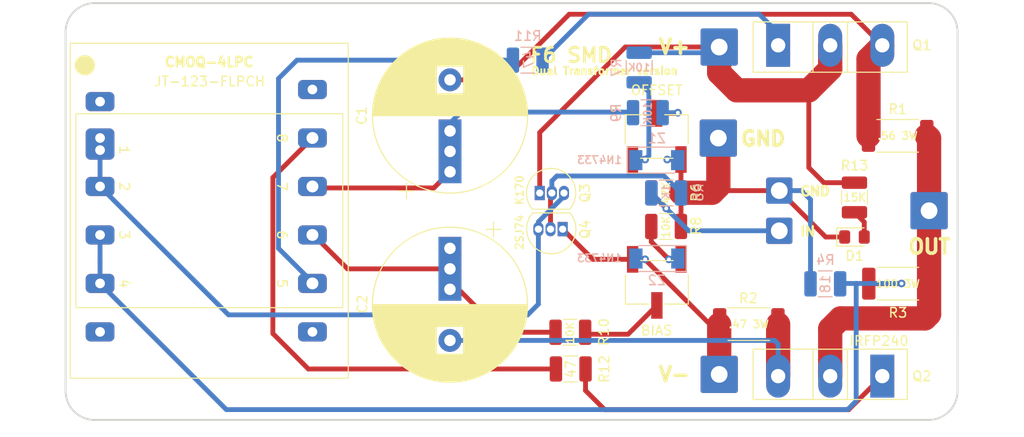
<source format=kicad_pcb>
(kicad_pcb (version 20211014) (generator pcbnew)
  (layers (0 "F.Cu" signal) (31 "B.Cu" signal) (34 "B.Paste" user) (35 "F.Paste" user) (36 "B.SilkS" user "B.Silkscreen") (37 "F.SilkS" user "F.Silkscreen") (38 "B.Mask" user) (39 "F.Mask" user) (44 "Edge.Cuts" user))
  (net 0 "")
  (net 1 "Net-(+23V1-Pad1)")
  (net 2 "Net-(-23V1-Pad1)")
  (net 3 "7")
  (net 4 "Net-(C1-Pad2)")
  (net 5 "6")
  (net 6 "Net-(C2-Pad2)")
  (net 7 "GND")
  (net 8 "Net-(D1-Pad2)")
  (net 9 "Net-(OUT1-Pad1)")
  (net 10 "Net-(P1-Pad1)")
  (net 11 "Net-(P1-Pad2)")
  (net 12 "Net-(P2-Pad1)")
  (net 13 "Net-(P2-Pad2)")
  (net 14 "Net-(Q1-Pad1)")
  (net 15 "Net-(Q2-Pad1)")
  (net 16 "Net-(Q3-Pad2)")
  (net 17 "/1")
  (net 18 "Net-(R3-Pad1)")
  (net 19 "Net-(R5-Pad1)")
  (net 20 "5")
  (net 21 "8")
  (footprint "Connector_Wire:SolderWire-1sqmm_1x01_D1.4mm_OD3.9mm" (layer "F.Cu") (at 169.3 87.201731 180)
    (fp_text reference "V+" (at 4.697473 0.03) (layer "F.SilkS") (effects (font (size 1.5 1.5) (thickness 0.375))))
    (fp_text value "+23V")
    (pad "1" thru_hole roundrect locked (at 0 0 180) (size 3.9 3.9) (drill 1.75) (layers *.Cu *.Mask) (roundrect_rratio 0.06410307692) (net 1 "Net-(+23V1-Pad1)"))
  )
  (footprint "Connector_Wire:SolderWire-1sqmm_1x01_D1.4mm_OD3.9mm" (layer "F.Cu") (at 191.27 104.355 180)
    (fp_text reference "OUT" (at -0.039093 -3.770769) (layer "F.SilkS") (effects (font (size 1.5 1.5) (thickness 0.375))))
    (fp_text value "OUT")
    (pad "1" thru_hole roundrect locked (at 0 0 180) (size 3.9 3.9) (drill 1.75) (layers *.Cu *.Mask) (roundrect_rratio 0.06410307692) (net 9 "Net-(OUT1-Pad1)"))
  )
  (footprint "Resistor_SMD:R_1210_3225Metric_Pad1.30x2.65mm_HandSolder" (layer "F.Cu") (at 153.76 120.94 180)
    (fp_text reference "R12" (at -3.51 -0.01 90) (layer "F.SilkS"))
    (fp_text value "47" (at 0.00625 -0.013337 90) (layer "F.SilkS"))
    (pad "1" smd roundrect locked (at -1.55 0 180) (size 1.3 2.65) (layers "F.Cu" "F.Paste" "F.Mask") (roundrect_rratio 0.1923076923) (net 15 "Net-(Q2-Pad1)"))
    (pad "2" smd roundrect locked (at 1.55 0 180) (size 1.3 2.65) (layers "F.Cu" "F.Paste" "F.Mask") (roundrect_rratio 0.1923076923) (net 21 "8"))
  )
  (footprint "Custom Library:Potentiometer_Bourns_3269W_Vertical" (layer "F.Cu") (at 162.759958 96.574622 180)
    (fp_text reference "OFFSET" (at 0.009958 4.84678 180) (layer "F.SilkS"))
    (fp_text value "R_Potentiometer_US")
    (pad "1" smd rect (at 2.54 -2.415 180) (size 1.19 2.79) (layers "F.Cu" "F.Paste" "F.Mask") (net 10 "Net-(P1-Pad1)"))
    (pad "2" smd rect (at 0 2.415 180) (size 1.19 2.79) (layers "F.Cu" "F.Paste" "F.Mask") (net 11 "Net-(P1-Pad2)"))
    (pad "3" smd rect (at -2.54 -2.415 180) (size 1.19 2.79) (layers "F.Cu" "F.Paste" "F.Mask") (net 7 "GND"))
  )
  (footprint "" (layer "F.Cu") (at 141.116024 112.59)
    (fp_text reference "" (at 0 0) (layer "F.SilkS") (effects (font (size 1.27 1.27))))
    (fp_text value "" (at 0 0) (layer "F.SilkS") (effects (font (size 1.27 1.27))))
    (pad "1" thru_hole rect locked (at 0 0 270) (size 2.4 2.4) (drill 1.2) (layers *.Cu *.Mask) (net 5 "6"))
  )
  (footprint "Package_TO_SOT_THT:TO-247-3_Vertical" (layer "F.Cu") (at 186.371545 121.689231 180)
    (fp_text reference "Q2" (at -4.137811 -0.01 180) (layer "F.SilkS"))
    (fp_text value "IRFP240" (at 0.341545 3.689231) (layer "F.SilkS"))
    (pad "1" thru_hole rect locked (at 0 0 180) (size 2.5 4.5) (drill 1.5) (layers *.Cu *.Mask) (net 15 "Net-(Q2-Pad1)"))
    (pad "2" thru_hole oval locked (at 5.45 0 180) (size 2.5 4.5) (drill 1.5) (layers *.Cu *.Mask) (net 9 "Net-(OUT1-Pad1)"))
    (pad "3" thru_hole oval locked (at 10.9 0 180) (size 2.5 4.5) (drill 1.5) (layers *.Cu *.Mask) (net 6 "Net-(C2-Pad2)"))
  )
  (footprint "Custom Library:JT-123-FLPCH" (layer "F.Cu") (at 115.921545 104.355481 -90)
    (fp_text reference "T1" hide)
    (fp_text value "JT-123-FLPCH")
    (fp_text user "2" (at -2.54 8.89 -90 unlocked) (layer "F.SilkS"))
    (fp_text user "JT-123-FLPCH" (at -13.55 -0.04 unlocked) (layer "F.SilkS"))
    (fp_text user "5" (at 7.62 -7.62 -90 unlocked) (layer "F.SilkS"))
    (fp_text user "6" (at 2.54 -7.62 -90 unlocked) (layer "F.SilkS"))
    (fp_text user "CMOQ-4LPC" (at -15.57 0.01 unlocked) (layer "F.SilkS") (effects (font (thickness 0.25))))
    (fp_text user "1" (at -6.35 8.89 -90 unlocked) (layer "F.SilkS"))
    (fp_text user "8" (at -7.62 -7.62 -90 unlocked) (layer "F.SilkS"))
    (fp_text user "7" (at -2.54 -7.62 -90 unlocked) (layer "F.SilkS"))
    (fp_text user "4" (at 7.62 8.89 -90 unlocked) (layer "F.SilkS"))
    (fp_text user "3" (at 2.54 8.89 -90 unlocked) (layer "F.SilkS"))
    (pad "1" thru_hole roundrect (at -7.62 11.43 270) (size 2 3) (drill 1.016) (layers *.Cu *.Mask) (net 17 "/1"))
    (pad "1" thru_hole roundrect (at -6.35 11.43 270) (size 2 3) (drill 1.016) (layers *.Cu *.Mask) (net 17 "/1"))
    (pad "2" thru_hole roundrect (at -2.54 11.43 270) (size 2 3) (drill 1.016) (layers *.Cu *.Mask) (net 17 "/1"))
    (pad "3" thru_hole roundrect (at 2.54 11.43 270) (size 2 3) (drill 1.016) (layers *.Cu *.Mask) (net 18 "Net-(R3-Pad1)"))
    (pad "4" thru_hole roundrect (at 7.62 11.43 270) (size 2 3) (drill 1.016) (layers *.Cu *.Mask) (net 18 "Net-(R3-Pad1)"))
    (pad "5" thru_hole roundrect (at 7.62 -10.8 270) (size 2 3) (drill 1.25) (layers *.Cu *.Mask) (net 20 "5"))
    (pad "6" thru_hole roundrect (at 2.54 -10.8 270) (size 2 3) (drill 1.25) (layers *.Cu *.Mask) (net 5 "6"))
    (pad "7" thru_hole roundrect (at -2.54 -10.8 270) (size 2 3) (drill 1.25) (layers *.Cu *.Mask) (net 3 "7"))
    (pad "8" thru_hole roundrect (at -7.62 -10.8 270) (size 2 3) (drill 1.25) (layers *.Cu *.Mask) (net 21 "8"))
    (pad "T" thru_hole roundrect (at 12.7 11.43 270) (size 2 3) (drill 1.016) (layers *.Cu *.Mask))
    (pad "T" thru_hole roundrect (at 12.7 -10.8 270) (size 2 3) (drill 1.016) (layers *.Cu *.Mask))
    (pad "T" thru_hole roundrect (at -11.43 11.43 270) (size 2 3) (drill 1.016) (layers *.Cu *.Mask))
    (pad "T" thru_hole roundrect (at -12.7 -10.8 270) (size 2 3) (drill 1.016) (layers *.Cu *.Mask))
  )
  (footprint "Connector_Wire:SolderWire-1sqmm_1x01_D1.4mm_OD3.9mm" (layer "F.Cu") (at 169.3 121.509231 180)
    (fp_text reference "V-" (at 4.697473 0.01) (layer "F.SilkS") (effects (font (size 1.5 1.5) (thickness 0.375))))
    (fp_text value "-23V")
    (pad "1" thru_hole roundrect locked (at 0 0 180) (size 3.9 3.9) (drill 1.75) (layers *.Cu *.Mask) (roundrect_rratio 0.06410307692) (net 2 "Net-(-23V1-Pad1)"))
  )
  (footprint "Connector_Wire:SolderWire-1sqmm_1x01_D1.4mm_OD2.7mm" (layer "F.Cu") (at 175.59 106.459664 -90)
    (fp_text reference locked "IN" (at 0.068046 -2.980974 -180) (layer "F.SilkS") (effects (font (thickness 0.25))))
    (fp_text value "SG IN")
    (pad "1" thru_hole roundrect locked (at 0 0 270) (size 2.75 2.75) (drill 1.75) (layers *.Cu *.Mask) (roundrect_rratio 0.09090909091) (net 19 "Net-(R5-Pad1)"))
  )
  (footprint "MountingHole:MountingHole_2.2mm_M2" (layer "F.Cu") (at 191.731545 124.067026)
    (fp_text reference "REF**" hide)
    (fp_text value "MountingHole_2.2mm_M2")
    (pad "" np_thru_hole circle locked (at 0 0) (size 2.2 2.2) (drill 2.2) (layers *.Cu *.Mask))
  )
  (footprint "LED_SMD:LED_0805_2012Metric_Pad1.15x1.40mm_HandSolder" (layer "F.Cu") (at 183.46 107.11009)
    (fp_text reference "D1" (at 0.018391 1.976) (layer "F.SilkS"))
    (fp_text value "LED")
    (pad "1" smd roundrect locked (at -1.025 0) (size 1.15 1.4) (layers "F.Cu" "F.Paste" "F.Mask") (roundrect_rratio 0.2173913043) (net 7 "GND"))
    (pad "2" smd roundrect locked (at 1.025 0) (size 1.15 1.4) (layers "F.Cu" "F.Paste" "F.Mask") (roundrect_rratio 0.2173913043) (net 8 "Net-(D1-Pad2)"))
  )
  (footprint "" (layer "F.Cu") (at 141.124153 100.28)
    (fp_text reference "" (at 0 0) (layer "F.SilkS") (effects (font (size 1.27 1.27))))
    (fp_text value "" (at 0 0) (layer "F.SilkS") (effects (font (size 1.27 1.27))))
    (pad "1" thru_hole rect locked (at 0 0 90) (size 2.4 2.4) (drill 1.2) (layers *.Cu *.Mask) (net 3 "7"))
  )
  (footprint "" (layer "F.Cu") (at 141.124153 96)
    (fp_text reference "" (at 0 0) (layer "F.SilkS") (effects (font (size 1.27 1.27))))
    (fp_text value "" (at 0 0) (layer "F.SilkS") (effects (font (size 1.27 1.27))))
    (pad "1" thru_hole rect locked (at 0 0 90) (size 2.4 2.4) (drill 1.2) (layers *.Cu *.Mask) (net 3 "7"))
  )
  (footprint "MountingHole:MountingHole_2.2mm_M2" (layer "F.Cu") (at 103.500303 84.749231)
    (fp_text reference "REF**" hide)
    (fp_text value "MountingHole_2.2mm_M2")
    (pad "" np_thru_hole circle locked (at 0 0) (size 2.2 2.2) (drill 2.2) (layers *.Cu *.Mask))
  )
  (footprint "Resistor_SMD:R_1210_3225Metric_Pad1.30x2.65mm_HandSolder" (layer "F.Cu") (at 163.742905 106.00634)
    (fp_text reference "R8" (at 3.149728 -0.047109 90) (layer "F.SilkS"))
    (fp_text value "10K" (at -0.003909 0.07369 90) (layer "F.SilkS") (effects (font (size 0.8 0.8))))
    (pad "1" smd roundrect locked (at -1.55 0) (size 1.3 2.65) (layers "F.Cu" "F.Paste" "F.Mask") (roundrect_rratio 0.1923076923) (net 12 "Net-(P2-Pad1)"))
    (pad "2" smd roundrect locked (at 1.55 0) (size 1.3 2.65) (layers "F.Cu" "F.Paste" "F.Mask") (roundrect_rratio 0.1923076923) (net 7 "GND"))
  )
  (footprint "MountingHole:MountingHole_2.2mm_M2" (layer "F.Cu") (at 191.731545 84.769231)
    (fp_text reference "REF**" hide)
    (fp_text value "MountingHole_2.2mm_M2")
    (pad "" np_thru_hole circle locked (at 0 0) (size 2.2 2.2) (drill 2.2) (layers *.Cu *.Mask))
  )
  (footprint "Resistor_SMD:R_1210_3225Metric_Pad1.30x2.65mm_HandSolder" (layer "F.Cu") (at 163.752905 102.47634 180)
    (fp_text reference "R6" (at -3.139728 0.037109 270) (layer "F.SilkS"))
    (fp_text value "47K" (at 0 -0.01743 90) (layer "F.SilkS") (effects (font (size 0.8 0.8))))
    (pad "1" smd roundrect locked (at -1.55 0 180) (size 1.3 2.65) (layers "F.Cu" "F.Paste" "F.Mask") (roundrect_rratio 0.1923076923) (net 7 "GND"))
    (pad "2" smd roundrect locked (at 1.55 0 180) (size 1.3 2.65) (layers "F.Cu" "F.Paste" "F.Mask") (roundrect_rratio 0.1923076923) (net 19 "Net-(R5-Pad1)"))
  )
  (footprint "Custom Library:Potentiometer_Bourns_3269W_Vertical" (layer "F.Cu") (at 162.777408 111.86634)
    (fp_text reference "BIAS" (at -0.027408 5.039345) (layer "F.SilkS"))
    (fp_text value "R_Potentiometer_US")
    (pad "1" smd rect (at 2.54 -2.415) (size 1.19 2.79) (layers "F.Cu" "F.Paste" "F.Mask") (net 12 "Net-(P2-Pad1)"))
    (pad "2" smd rect (at 0 2.415) (size 1.19 2.79) (layers "F.Cu" "F.Paste" "F.Mask") (net 13 "Net-(P2-Pad2)"))
    (pad "3" smd rect (at -2.54 -2.415) (size 1.19 2.79) (layers "F.Cu" "F.Paste" "F.Mask") (net 2 "Net-(-23V1-Pad1)"))
  )
  (footprint "Capacitor_THT:CP_Radial_D16.0mm_P7.50mm" (layer "F.Cu") (at 141.124153 98.14 90)
    (fp_text reference "C1" (at 3.75 -9.25 90) (layer "F.SilkS"))
    (fp_text value "1000uf/25V")
    (pad "1" thru_hole rect (at 0 0 90) (size 2.4 2.4) (drill 1.2) (layers *.Cu *.Mask) (net 3 "7"))
    (pad "2" thru_hole circle locked (at 7.5 0 90) (size 2.4 2.4) (drill 1.2) (layers *.Cu *.Mask) (net 4 "Net-(C1-Pad2)"))
  )
  (footprint "Package_TO_SOT_THT:TO-92L_Inline" (layer "F.Cu") (at 152.914684 106.29 180)
    (fp_text reference "Q4" (at -2.34 -0.010783 90) (layer "F.SilkS"))
    (fp_text value "2SJ74" (at 4.51 -0.335712 90) (layer "F.SilkS") (effects (font (size 0.8 0.8))))
    (pad "1" thru_hole rect locked (at 0 0 180) (size 1.05 1.5) (drill 0.75) (layers *.Cu *.Mask) (net 2 "Net-(-23V1-Pad1)"))
    (pad "2" thru_hole oval locked (at 1.27 0 180) (size 1.05 1.5) (drill 0.75) (layers *.Cu *.Mask) (net 16 "Net-(Q3-Pad2)"))
    (pad "3" thru_hole oval locked (at 2.54 0 180) (size 1.05 1.5) (drill 0.75) (layers *.Cu *.Mask) (net 17 "/1"))
  )
  (footprint "Package_TO_SOT_THT:TO-92L_Inline" (layer "F.Cu") (at 150.514684 102.5)
    (fp_text reference "Q3" (at 4.74 0.000783 90) (layer "F.SilkS"))
    (fp_text value "K170" (at -2.11 -0.298213 90) (layer "F.SilkS") (effects (font (size 0.8 0.8))))
    (pad "1" thru_hole rect locked (at 0 0) (size 1.05 1.5) (drill 0.75) (layers *.Cu *.Mask) (net 1 "Net-(+23V1-Pad1)"))
    (pad "2" thru_hole oval locked (at 1.27 0) (size 1.05 1.5) (drill 0.75) (layers *.Cu *.Mask) (net 16 "Net-(Q3-Pad2)"))
    (pad "3" thru_hole oval locked (at 2.54 0) (size 1.05 1.5) (drill 0.75) (layers *.Cu *.Mask) (net 17 "/1"))
  )
  (footprint "Connector_Wire:SolderWire-1sqmm_1x01_D1.4mm_OD2.7mm" (layer "F.Cu") (at 175.59 102.250337 -90)
    (fp_text reference "GND" (at 0.068046 -3.742878 -180) (layer "F.SilkS") (effects (font (thickness 0.25))))
    (fp_text value "SG IN")
    (pad "1" thru_hole roundrect locked (at 0 0 270) (size 2.75 2.75) (drill 1.75) (layers *.Cu *.Mask) (roundrect_rratio 0.09090909091) (net 7 "GND"))
  )
  (footprint "MountingHole:MountingHole_2.2mm_M2" (layer "F.Cu") (at 103.500303 124.047026)
    (fp_text reference "REF**" hide)
    (fp_text value "MountingHole_2.2mm_M2")
    (pad "" np_thru_hole circle locked (at 0 0) (size 2.2 2.2) (drill 2.2) (layers *.Cu *.Mask))
  )
  (footprint "Resistor_SMD:R_2512_6332Metric_Pad1.40x3.35mm_HandSolder" (layer "F.Cu") (at 188.01 112)
    (fp_text reference "R3" (at 0 3.048) (layer "F.SilkS"))
    (fp_text value "100 3W" (at 0 0.025162) (layer "F.SilkS") (effects (font (size 0.8 0.8))))
    (pad "1" smd roundrect locked (at -3.05 0) (size 1.4 3.35) (layers "F.Cu" "F.Paste" "F.Mask") (roundrect_rratio 0.1785707143) (net 18 "Net-(R3-Pad1)"))
    (pad "2" smd roundrect locked (at 3.05 0) (size 1.4 3.35) (layers "F.Cu" "F.Paste" "F.Mask") (roundrect_rratio 0.1785707143) (net 9 "Net-(OUT1-Pad1)"))
  )
  (footprint "Resistor_SMD:R_1210_3225Metric_Pad1.30x2.65mm_HandSolder" (layer "F.Cu") (at 153.72 117.09234)
    (fp_text reference "R10" (at 3.51 -0.02107 90) (layer "F.SilkS"))
    (fp_text value "10K" (at -0.013909 0.080614 90) (layer "F.SilkS") (effects (font (size 0.8 0.8))))
    (pad "1" smd roundrect locked (at -1.55 0) (size 1.3 2.65) (layers "F.Cu" "F.Paste" "F.Mask") (roundrect_rratio 0.1923076923) (net 5 "6"))
    (pad "2" smd roundrect locked (at 1.55 0) (size 1.3 2.65) (layers "F.Cu" "F.Paste" "F.Mask") (roundrect_rratio 0.1923076923) (net 13 "Net-(P2-Pad2)"))
  )
  (footprint "Connector_Wire:SolderWire-1sqmm_1x01_D1.4mm_OD3.9mm" (layer "F.Cu") (at 169.21 96.74565)
    (fp_text reference "GND" (at 4.697473 0.065) (layer "F.SilkS") (effects (font (size 1.5 1.5) (thickness 0.375))))
    (fp_text value "GND")
    (pad "1" thru_hole roundrect locked (at 0 0) (size 3.9 3.9) (drill 1.75) (layers *.Cu *.Mask) (roundrect_rratio 0.06410307692) (net 7 "GND"))
  )
  (footprint "Resistor_SMD:R_1210_3225Metric_Pad1.30x2.65mm_HandSolder" (layer "F.Cu") (at 183.46 102.969321 -90)
    (fp_text reference "R13" (at -3.345411 -0.01) (layer "F.SilkS"))
    (fp_text value "15K" (at 0 -0.028405) (layer "F.SilkS") (effects (font (size 0.8 0.8))))
    (pad "1" smd roundrect locked (at -1.55 0 270) (size 1.3 2.65) (layers "F.Cu" "F.Paste" "F.Mask") (roundrect_rratio 0.1923076923) (net 1 "Net-(+23V1-Pad1)"))
    (pad "2" smd roundrect locked (at 1.55 0 270) (size 1.3 2.65) (layers "F.Cu" "F.Paste" "F.Mask") (roundrect_rratio 0.1923076923) (net 8 "Net-(D1-Pad2)"))
  )
  (footprint "" (layer "F.Cu") (at 141.116024 108.3)
    (fp_text reference "" (at 0 0) (layer "F.SilkS") (effects (font (size 1.27 1.27))))
    (fp_text value "" (at 0 0) (layer "F.SilkS") (effects (font (size 1.27 1.27))))
    (pad "1" thru_hole rect locked (at 0 0 270) (size 2.4 2.4) (drill 1.2) (layers *.Cu *.Mask) (net 5 "6"))
  )
  (footprint "Resistor_SMD:R_2512_6332Metric_Pad1.40x3.35mm_HandSolder" (layer "F.Cu") (at 187.98 96.510097 180)
    (fp_text reference "R1" (at 0 2.794) (layer "F.SilkS"))
    (fp_text value ".56 3W" (at 0 0.004523) (layer "F.SilkS") (effects (font (size 0.8 0.8))))
    (pad "1" smd roundrect locked (at -3.05 0 180) (size 1.4 3.35) (layers "F.Cu" "F.Paste" "F.Mask") (roundrect_rratio 0.1785707143) (net 9 "Net-(OUT1-Pad1)"))
    (pad "2" smd roundrect locked (at 3.05 0 180) (size 1.4 3.35) (layers "F.Cu" "F.Paste" "F.Mask") (roundrect_rratio 0.1785707143) (net 4 "Net-(C1-Pad2)"))
  )
  (footprint "Capacitor_THT:CP_Radial_D16.0mm_P7.50mm" (layer "F.Cu") (at 141.116024 110.45 -90)
    (fp_text reference "C2" (at 3.705774 9.166131 90) (layer "F.SilkS"))
    (fp_text value "1000uf/25V")
    (pad "1" thru_hole rect locked (at 0 0 270) (size 2.4 2.4) (drill 1.2) (layers *.Cu *.Mask) (net 5 "6"))
    (pad "2" thru_hole circle locked (at 7.5 0 270) (size 2.4 2.4) (drill 1.2) (layers *.Cu *.Mask) (net 6 "Net-(C2-Pad2)"))
  )
  (footprint "Package_TO_SOT_THT:TO-247-3_Vertical" (layer "F.Cu") (at 175.471545 87.021731)
    (fp_text reference "Q1" (at 15.037811 -0.0025 180) (layer "F.SilkS"))
    (fp_text value "IRFP240" hide)
    (pad "1" thru_hole rect locked (at 0 0) (size 2.5 4.5) (drill 1.5) (layers *.Cu *.Mask) (net 14 "Net-(Q1-Pad1)"))
    (pad "2" thru_hole oval locked (at 5.45 0) (size 2.5 4.5) (drill 1.5) (layers *.Cu *.Mask) (net 1 "Net-(+23V1-Pad1)"))
    (pad "3" thru_hole oval locked (at 10.9 0) (size 2.5 4.5) (drill 1.5) (layers *.Cu *.Mask) (net 4 "Net-(C1-Pad2)"))
  )
  (footprint "Resistor_SMD:R_2512_6332Metric_Pad1.40x3.35mm_HandSolder" (layer "F.Cu") (at 172.4 116.24)
    (fp_text reference "R2" (at -0.05 -2.701625) (layer "F.SilkS"))
    (fp_text value ".47 3W" (at 0 0.016751) (layer "F.SilkS") (effects (font (size 0.8 0.8))))
    (pad "1" smd roundrect locked (at -3.05 0) (size 1.4 3.35) (layers "F.Cu" "F.Paste" "F.Mask") (roundrect_rratio 0.1785707143) (net 2 "Net-(-23V1-Pad1)"))
    (pad "2" smd roundrect locked (at 3.05 0) (size 1.4 3.35) (layers "F.Cu" "F.Paste" "F.Mask") (roundrect_rratio 0.1785707143) (net 6 "Net-(C2-Pad2)"))
  )
  (footprint "Resistor_SMD:R_1210_3225Metric_Pad1.30x2.65mm_HandSolder" (layer "B.Cu") (at 161.829958 94.084622 180)
    (fp_text reference "R9" (at 3.319958 -0.015378 90) (layer "B.SilkS") (effects (justify mirror)))
    (fp_text value "10K" (at 0.010962 -0.079104 90) (layer "B.SilkS") (effects (font (size 0.8 0.8)) (justify mirror)))
    (pad "1" smd roundrect locked (at -1.55 0 180) (size 1.3 2.65) (layers "B.Cu" "B.Paste" "B.Mask") (roundrect_rratio 0.1923076923) (net 11 "Net-(P1-Pad2)"))
    (pad "2" smd roundrect locked (at 1.55 0 180) (size 1.3 2.65) (layers "B.Cu" "B.Paste" "B.Mask") (roundrect_rratio 0.1923076923) (net 3 "7"))
  )
  (footprint "Resistor_SMD:R_1210_3225Metric_Pad1.30x2.65mm_HandSolder" (layer "B.Cu") (at 163.752905 102.49634)
    (fp_text reference "R5" (at 3.376091 -0.047109 90) (layer "B.SilkS") (effects (justify mirror)))
    (fp_text value "1K" (at -0.003909 -0.08329 90) (layer "B.SilkS") (effects (font (size 0.8 0.8)) (justify mirror)))
    (pad "1" smd roundrect locked (at -1.55 0) (size 1.3 2.65) (layers "B.Cu" "B.Paste" "B.Mask") (roundrect_rratio 0.1923076923) (net 19 "Net-(R5-Pad1)"))
    (pad "2" smd roundrect locked (at 1.55 0) (size 1.3 2.65) (layers "B.Cu" "B.Paste" "B.Mask") (roundrect_rratio 0.1923076923) (net 16 "Net-(Q3-Pad2)"))
  )
  (footprint "Diode_SMD:D_SOD-128" (layer "B.Cu") (at 162.777408 109.36634 180)
    (fp_text reference "Z2" (at 0.008412 -2.282891) (layer "B.SilkS") (effects (justify mirror)))
    (fp_text value "1N4733" (at 6.025376 0.037109) (layer "B.SilkS") (effects (font (size 0.8 0.8)) (justify mirror)))
    (pad "1" smd rect locked (at -2.2 0 180) (size 1.4 2.1) (layers "B.Cu" "B.Paste" "B.Mask") (net 12 "Net-(P2-Pad1)"))
    (pad "2" smd rect locked (at 2.2 0 180) (size 1.4 2.1) (layers "B.Cu" "B.Paste" "B.Mask") (net 2 "Net-(-23V1-Pad1)"))
  )
  (footprint "Resistor_SMD:R_1210_3225Metric_Pad1.30x2.65mm_HandSolder" (layer "B.Cu") (at 180.41 112.02)
    (fp_text reference "R4" (at 0.01 -2.501649) (layer "B.SilkS") (effects (justify mirror)))
    (fp_text value "18" (at 0 0.030415 90) (layer "B.SilkS") (effects (justify mirror)))
    (pad "1" smd roundrect locked (at -1.55 0) (size 1.3 2.65) (layers "B.Cu" "B.Paste" "B.Mask") (roundrect_rratio 0.1923076923) (net 7 "GND"))
    (pad "2" smd roundrect locked (at 1.55 0) (size 1.3 2.65) (layers "B.Cu" "B.Paste" "B.Mask") (roundrect_rratio 0.1923076923) (net 18 "Net-(R3-Pad1)"))
  )
  (footprint "Resistor_SMD:R_1210_3225Metric_Pad1.30x2.65mm_HandSolder" (layer "B.Cu") (at 160.92 89.35 -90)
    (fp_text reference "R7" (at 0.005391 2.373804 -270) (layer "B.SilkS") (effects (justify mirror)))
    (fp_text value "10K" (at 0.005391 0.019305) (layer "B.SilkS") (effects (font (size 0.8 0.8)) (justify mirror)))
    (pad "1" smd roundrect locked (at -1.55 0 270) (size 1.3 2.65) (layers "B.Cu" "B.Paste" "B.Mask") (roundrect_rratio 0.1923076923) (net 1 "Net-(+23V1-Pad1)"))
    (pad "2" smd roundrect locked (at 1.55 0 270) (size 1.3 2.65) (layers "B.Cu" "B.Paste" "B.Mask") (roundrect_rratio 0.1923076923) (net 10 "Net-(P1-Pad1)"))
  )
  (footprint "Diode_SMD:D_SOD-128" (layer "B.Cu") (at 162.759958 99.054622)
    (fp_text reference "Z1" (at -0.000962 -2.275391) (layer "B.SilkS") (effects (justify mirror)))
    (fp_text value "1N4733" (at -5.993653 -0.015391) (layer "B.SilkS") (effects (font (size 0.8 0.8)) (justify mirror)))
    (pad "1" smd rect locked (at -2.2 0) (size 1.4 2.1) (layers "B.Cu" "B.Paste" "B.Mask") (net 10 "Net-(P1-Pad1)"))
    (pad "2" smd rect locked (at 2.2 0) (size 1.4 2.1) (layers "B.Cu" "B.Paste" "B.Mask") (net 7 "GND"))
  )
  (footprint "Resistor_SMD:R_1210_3225Metric_Pad1.30x2.65mm_HandSolder" (layer "B.Cu") (at 149.26 88.58)
    (fp_text reference "R11" (at 0 -2.54) (layer "B.SilkS") (effects (justify mirror)))
    (fp_text value "47" (at 0.1 -0.06625 90) (layer "B.SilkS") (effects (justify mirror)))
    (pad "1" smd roundrect locked (at -1.55 0) (size 1.3 2.65) (layers "B.Cu" "B.Paste" "B.Mask") (roundrect_rratio 0.1923076923) (net 20 "5"))
    (pad "2" smd roundrect locked (at 1.55 0) (size 1.3 2.65) (layers "B.Cu" "B.Paste" "B.Mask") (roundrect_rratio 0.1923076923) (net 14 "Net-(Q1-Pad1)"))
  )
  (gr_line (start 191.211545 126.279231) (end 103.832876 126.27923) (layer "Edge.Cuts") (width 0.2))
  (gr_arc (start 194.251544 123.3279) (mid 193.33 125.42) (end 191.211545 126.279231) (layer "Edge.Cuts") (width 0.2))
  (gr_arc (start 191.301661 82.599231) (mid 193.393761 83.520775) (end 194.252992 85.63923) (layer "Edge.Cuts") (width 0.2))
  (gr_arc (start 100.881432 85.550562) (mid 101.802976 83.458462) (end 103.921431 82.599231) (layer "Edge.Cuts") (width 0.2))
  (gr_line (start 194.252992 85.63923) (end 194.251544 123.3279) (layer "Edge.Cuts") (width 0.2))
  (gr_line (start 103.921431 82.599231) (end 191.301661 82.599231) (layer "Edge.Cuts") (width 0.2))
  (gr_arc (start 103.832876 126.27923) (mid 101.740776 125.357686) (end 100.881545 123.239231) (layer "Edge.Cuts") (width 0.2))
  (gr_line (start 100.881545 123.239231) (end 100.881432 85.550562) (layer "Edge.Cuts") (width 0.2))
  (gr_text "Dual Transformer version" (at 157.32 89.702322) (layer "F.SilkS") (effects (font (size 0.8 0.8) (thickness 0.2))))
  (gr_text "F6 SMD" (at 153.8 88.052322) (layer "F.SilkS") (effects (font (size 1.5 1.5) (thickness 0.3))))
  (segment (start 150.514684 96.155316) (end 159.468269 87.201731) (width 0.508) (layer "F.Cu") (net 1))
  (segment (start 180.921545 87.021731) (end 180.921545 89.498455) (width 2.54) (layer "F.Cu") (net 1))
  (segment (start 169.3 89.9) (end 169.3 87.201731) (width 2.54) (layer "F.Cu") (net 1))
  (segment (start 171.14 91.74) (end 169.3 89.9) (width 2.54) (layer "F.Cu") (net 1))
  (segment (start 150.514684 96.155316) (end 150.514684 102.5) (width 0.508) (layer "F.Cu") (net 1))
  (segment (start 178.68 91.74) (end 171.14 91.74) (width 2.54) (layer "F.Cu") (net 1))
  (segment (start 159.468269 87.201731) (end 169.3 87.201731) (width 0.508) (layer "F.Cu") (net 1))
  (segment (start 178.68 99.84) (end 178.68 91.74) (width 0.508) (layer "F.Cu") (net 1))
  (segment (start 183.46 101.419321) (end 180.259321 101.419321) (width 0.508) (layer "F.Cu") (net 1))
  (segment (start 180.921545 89.498455) (end 178.68 91.74) (width 2.54) (layer "F.Cu") (net 1))
  (segment (start 180.259321 101.419321) (end 178.68 99.84) (width 0.508) (layer "F.Cu") (net 1))
  (segment (start 160.92 87.8) (end 168.701731 87.8) (width 0.508) (layer "B.Cu") (net 1))
  (segment (start 169.3 117.23) (end 169.3 118.22) (width 0.508) (layer "F.Cu") (net 2))
  (segment (start 161.546887 109.476887) (end 169.3 117.23) (width 0.508) (layer "F.Cu") (net 2))
  (segment (start 156.076024 109.45134) (end 152.914684 106.29) (width 0.508) (layer "F.Cu") (net 2))
  (segment (start 160.237408 109.45134) (end 161.546887 109.45134) (width 0.508) (layer "F.Cu") (net 2))
  (segment (start 161.546887 109.45134) (end 161.546887 109.476887) (width 0.508) (layer "F.Cu") (net 2))
  (segment (start 169.3 121.509231) (end 169.3 118.22) (width 2.54) (layer "F.Cu") (net 2))
  (segment (start 160.237408 109.45134) (end 156.076024 109.45134) (width 0.508) (layer "F.Cu") (net 2))
  (segment (start 169.3 118.22) (end 169.3 116.29) (width 2.54) (layer "F.Cu") (net 2))
  (via (at 161.546887 109.45134) (size 0.8) (drill 0.4) (layers "F.Cu" "B.Cu") (net 2))
  (segment (start 161.546887 109.45134) (end 160.662408 109.45134) (width 0.508) (layer "B.Cu") (net 2))
  (segment (start 141.124153 100.28) (end 139.434153 101.97) (width 0.508) (layer "F.Cu") (net 3))
  (segment (start 138.05 101.97) (end 126.998064 101.97) (width 0.508) (layer "F.Cu") (net 3))
  (segment (start 139.434153 101.97) (end 138.12 101.97) (width 0.508) (layer "F.Cu") (net 3))
  (segment (start 138.12 101.97) (end 138.05 101.97) (width 0.508) (layer "F.Cu") (net 3))
  (segment (start 142.28 94.02) (end 141.124153 95.175847) (width 0.508) (layer "B.Cu") (net 3))
  (segment (start 160.215336 94.02) (end 142.28 94.02) (width 0.508) (layer "B.Cu") (net 3))
  (segment (start 186.371545 87.021731) (end 183.119045 83.769231) (width 0.508) (layer "F.Cu") (net 4))
  (segment (start 153.601545 83.769231) (end 146.730776 90.64) (width 0.508) (layer "F.Cu") (net 4))
  (segment (start 146.730776 90.64) (end 141.124153 90.64) (width 0.508) (layer "F.Cu") (net 4))
  (segment (start 184.93 88.463276) (end 186.371545 87.021731) (width 2.54) (layer "F.Cu") (net 4))
  (segment (start 184.93 96.510097) (end 184.93 88.463276) (width 2.54) (layer "F.Cu") (net 4))
  (segment (start 183.119045 83.769231) (end 153.601545 83.769231) (width 0.508) (layer "F.Cu") (net 4))
  (segment (start 152.17 117.09234) (end 146.51234 117.09234) (width 0.508) (layer "F.Cu") (net 5))
  (segment (start 146.51234 117.09234) (end 141.116024 111.696024) (width 0.508) (layer "F.Cu") (net 5))
  (segment (start 126.843545 106.895481) (end 130.398064 110.45) (width 0.508) (layer "F.Cu") (net 5))
  (segment (start 141.116024 111.696024) (end 141.116024 110.45) (width 0.508) (layer "F.Cu") (net 5))
  (segment (start 130.398064 110.45) (end 141.116024 110.45) (width 0.508) (layer "F.Cu") (net 5))
  (segment (start 175.471545 121.689231) (end 175.471545 116.261545) (width 2.54) (layer "F.Cu") (net 6))
  (segment (start 175.1 117.95) (end 175.471545 118.321545) (width 0.508) (layer "B.Cu") (net 6))
  (segment (start 141.116024 117.95) (end 175.1 117.95) (width 0.508) (layer "B.Cu") (net 6))
  (segment (start 175.471545 118.321545) (end 175.471545 121.689231) (width 0.508) (layer "B.Cu") (net 6))
  (segment (start 165.299958 98.989622) (end 165.299958 102.473393) (width 0.508) (layer "F.Cu") (net 7))
  (segment (start 182.435 107.11009) (end 180.449753 107.11009) (width 0.508) (layer "F.Cu") (net 7))
  (segment (start 180.449753 107.11009) (end 175.59 102.250337) (width 0.508) (layer "F.Cu") (net 7))
  (segment (start 175.59 102.250337) (end 168.779663 102.250337) (width 0.508) (layer "F.Cu") (net 7))
  (segment (start 168.779663 102.250337) (end 168.55366 102.47634) (width 0.508) (layer "F.Cu") (net 7))
  (segment (start 165.302905 102.47634) (end 165.302905 105.99634) (width 0.508) (layer "F.Cu") (net 7))
  (segment (start 168.55366 102.47634) (end 165.302905 102.47634) (width 2.54) (layer "F.Cu") (net 7))
  (segment (start 165.299958 98.989622) (end 163.862514 98.989622) (width 0.508) (layer "F.Cu") (net 7))
  (segment (start 169.21 96.74565) (end 169.21 101.82) (width 2.54) (layer "F.Cu") (net 7))
  (segment (start 169.21 101.82) (end 168.55366 102.47634) (width 2.54) (layer "F.Cu") (net 7))
  (via (at 163.862514 98.989622) (size 0.8) (drill 0.4) (layers "F.Cu" "B.Cu") (net 7))
  (segment (start 178.86 112.02) (end 178.86 103.19) (width 0.508) (layer "B.Cu") (net 7))
  (segment (start 163.862514 98.989622) (end 164.894958 98.989622) (width 0.508) (layer "B.Cu") (net 7))
  (segment (start 178.86 103.19) (end 177.920337 102.250337) (width 0.508) (layer "B.Cu") (net 7))
  (segment (start 177.920337 102.250337) (end 175.59 102.250337) (width 0.508) (layer "B.Cu") (net 7))
  (segment (start 184.485 105.544321) (end 183.46 104.519321) (width 0.508) (layer "F.Cu") (net 8))
  (segment (start 184.485 107.11009) (end 184.485 105.544321) (width 0.508) (layer "F.Cu") (net 8))
  (segment (start 191.27 104.355) (end 191.27 96.750097) (width 2.54) (layer "F.Cu") (net 9))
  (segment (start 190.83 115.64) (end 191.27 115.2) (width 2.54) (layer "F.Cu") (net 9))
  (segment (start 180.921545 116.728455) (end 182.01 115.64) (width 2.54) (layer "F.Cu") (net 9))
  (segment (start 191.27 96.750097) (end 191.03 96.510097) (width 2.54) (layer "F.Cu") (net 9))
  (segment (start 191.27 115.2) (end 191.27 104.355) (width 2.54) (layer "F.Cu") (net 9))
  (segment (start 180.921545 121.689231) (end 180.921545 116.728455) (width 2.54) (layer "F.Cu") (net 9))
  (segment (start 182.01 115.64) (end 190.83 115.64) (width 2.54) (layer "F.Cu") (net 9))
  (segment (start 161.542514 98.989622) (end 161.542905 98.989231) (width 0.508) (layer "F.Cu") (net 10))
  (segment (start 160.219958 98.989622) (end 161.542514 98.989622) (width 0.508) (layer "F.Cu") (net 10))
  (via (at 161.542905 98.989231) (size 0.8) (drill 0.4) (layers "F.Cu" "B.Cu") (net 10))
  (segment (start 160.92 90.9) (end 161.94 91.92) (width 0.508) (layer "B.Cu") (net 10))
  (segment (start 161.94 91.92) (end 161.94 98.592136) (width 0.508) (layer "B.Cu") (net 10))
  (segment (start 161.542905 98.989231) (end 160.625349 98.989231) (width 0.508) (layer "B.Cu") (net 10))
  (segment (start 161.94 98.592136) (end 161.542905 98.989231) (width 0.508) (layer "B.Cu") (net 10))
  (segment (start 162.759958 94.159622) (end 164.898605 94.159622) (width 0.508) (layer "F.Cu") (net 11))
  (segment (start 164.898605 94.159622) (end 164.973605 94.084622) (width 0.508) (layer "F.Cu") (net 11))
  (via (at 164.973605 94.084622) (size 0.8) (drill 0.4) (layers "F.Cu" "B.Cu") (net 11))
  (segment (start 163.379958 94.084622) (end 164.973605 94.084622) (width 0.508) (layer "B.Cu") (net 11))
  (segment (start 162.192905 106.00634) (end 162.192905 107.607358) (width 0.508) (layer "F.Cu") (net 12))
  (segment (start 165.317408 109.45134) (end 164.036887 109.45134) (width 0.508) (layer "F.Cu") (net 12))
  (segment (start 162.192905 107.607358) (end 164.036887 109.45134) (width 0.508) (layer "F.Cu") (net 12))
  (via (at 164.036887 109.45134) (size 0.8) (drill 0.4) (layers "F.Cu" "B.Cu") (net 12))
  (segment (start 164.036887 109.45134) (end 164.892408 109.45134) (width 0.508) (layer "B.Cu") (net 12))
  (segment (start 155.47766 117.3) (end 155.27 117.09234) (width 0.508) (layer "F.Cu") (net 13))
  (segment (start 162.777408 114.28134) (end 159.758748 117.3) (width 0.508) (layer "F.Cu") (net 13))
  (segment (start 159.758748 117.3) (end 155.47766 117.3) (width 0.508) (layer "F.Cu") (net 13))
  (segment (start 155.63 83.76) (end 150.81 88.58) (width 0.508) (layer "B.Cu") (net 14))
  (segment (start 173.49 83.76) (end 155.63 83.76) (width 0.508) (layer "B.Cu") (net 14))
  (segment (start 175.471545 85.741545) (end 173.49 83.76) (width 0.508) (layer "B.Cu") (net 14))
  (segment (start 157.319231 125.209231) (end 155.31 123.2) (width 0.508) (layer "F.Cu") (net 15))
  (segment (start 186.371545 121.689231) (end 182.851545 125.209231) (width 0.508) (layer "F.Cu") (net 15))
  (segment (start 155.31 123.2) (end 155.31 120.94) (width 0.508) (layer "F.Cu") (net 15))
  (segment (start 182.851545 125.209231) (end 157.319231 125.209231) (width 0.508) (layer "F.Cu") (net 15))
  (segment (start 151.644684 106.29) (end 151.644684 102.64) (width 0.508) (layer "F.Cu") (net 16))
  (segment (start 151.784684 101.242) (end 152.308864 100.71782) (width 0.508) (layer "B.Cu") (net 16))
  (segment (start 152.308864 100.71782) (end 163.524386 100.71782) (width 0.508) (layer "B.Cu") (net 16))
  (segment (start 151.784684 102.5) (end 151.784684 101.242) (width 0.508) (layer "B.Cu") (net 16))
  (segment (start 163.524385 100.71782) (end 165.302905 102.49634) (width 0.508) (layer "B.Cu") (net 16))
  (segment (start 150.374684 114.145316) (end 149.25 115.27) (width 0.508) (layer "B.Cu") (net 17))
  (segment (start 153.054684 102.838836) (end 150.374684 105.518836) (width 0.508) (layer "B.Cu") (net 17))
  (segment (start 150.374684 106.29) (end 150.374684 114.145316) (width 0.508) (layer "B.Cu") (net 17))
  (segment (start 149.25 115.27) (end 117.942314 115.27) (width 0.508) (layer "B.Cu") (net 17))
  (segment (start 117.942314 115.27) (end 104.491545 101.819231) (width 0.508) (layer "B.Cu") (net 17))
  (segment (start 104.491545 98.005481) (end 104.491545 101.815481) (width 0.508) (layer "B.Cu") (net 17))
  (segment (start 188.37 112) (end 188.39 111.98) (width 0.508) (layer "F.Cu") (net 18))
  (segment (start 184.96 112) (end 188.37 112) (width 0.508) (layer "F.Cu") (net 18))
  (via (at 188.39 111.98) (size 0.8) (drill 0.4) (layers "F.Cu" "B.Cu") (net 18))
  (segment (start 183.64 111.98) (end 183.64 124.3) (width 0.508) (layer "B.Cu") (net 18))
  (segment (start 117.712314 125.2) (end 104.491545 111.979231) (width 0.508) (layer "B.Cu") (net 18))
  (segment (start 183.64 124.3) (end 182.74 125.2) (width 0.508) (layer "B.Cu") (net 18))
  (segment (start 188.39 111.98) (end 183.64 111.98) (width 0.508) (layer "B.Cu") (net 18))
  (segment (start 104.491545 109.739231) (end 104.491545 109.509231) (width 0.508) (layer "B.Cu") (net 18))
  (segment (start 182.74 125.2) (end 117.712314 125.2) (width 0.508) (layer "B.Cu") (net 18))
  (segment (start 183.64 111.98) (end 182 111.98) (width 0.508) (layer "B.Cu") (net 18))
  (segment (start 104.491545 109.509231) (end 104.491545 106.895481) (width 0.508) (layer "B.Cu") (net 18))
  (segment (start 104.491545 111.975481) (end 104.491545 109.739231) (width 0.508) (layer "B.Cu") (net 18))
  (segment (start 162.202905 102.562905) (end 163.76 104.12) (width 0.508) (layer "F.Cu") (net 19))
  (via (at 163.76 104.12) (size 0.8) (drill 0.4) (layers "F.Cu" "B.Cu") (net 19))
  (segment (start 163.76 104.12) (end 163.76 104.053435) (width 0.508) (layer "B.Cu") (net 19))
  (segment (start 175.59 106.459664) (end 166.099664 106.459664) (width 0.508) (layer "B.Cu") (net 19))
  (segment (start 163.76 104.053435) (end 162.202905 102.49634) (width 0.508) (layer "B.Cu") (net 19))
  (segment (start 166.099664 106.459664) (end 163.76 104.12) (width 0.508) (layer "B.Cu") (net 19))
  (segment (start 123.171545 108.303481) (end 126.843545 111.975481) (width 0.508) (layer "B.Cu") (net 20))
  (segment (start 147.71 88.58) (end 125.1 88.58) (width 0.508) (layer "B.Cu") (net 20))
  (segment (start 123.171545 90.508455) (end 123.171545 108.303481) (width 0.508) (layer "B.Cu") (net 20))
  (segment (start 125.1 88.58) (end 123.171545 90.508455) (width 0.508) (layer "B.Cu") (net 20))
  (segment (start 126.292314 120.94) (end 125.736157 120.383843) (width 0.508) (layer "F.Cu") (net 21))
  (segment (start 122.581545 100.879231) (end 126.721545 96.739231) (width 0.508) (layer "F.Cu") (net 21))
  (segment (start 152.21 120.94) (end 126.292314 120.94) (width 0.508) (layer "F.Cu") (net 21))
  (segment (start 122.581545 117.229231) (end 122.581545 100.879231) (width 0.508) (layer "F.Cu") (net 21))
  (segment (start 125.736157 120.383843) (end 122.581545 117.229231) (width 0.508) (layer "F.Cu") (net 21))
)
</source>
